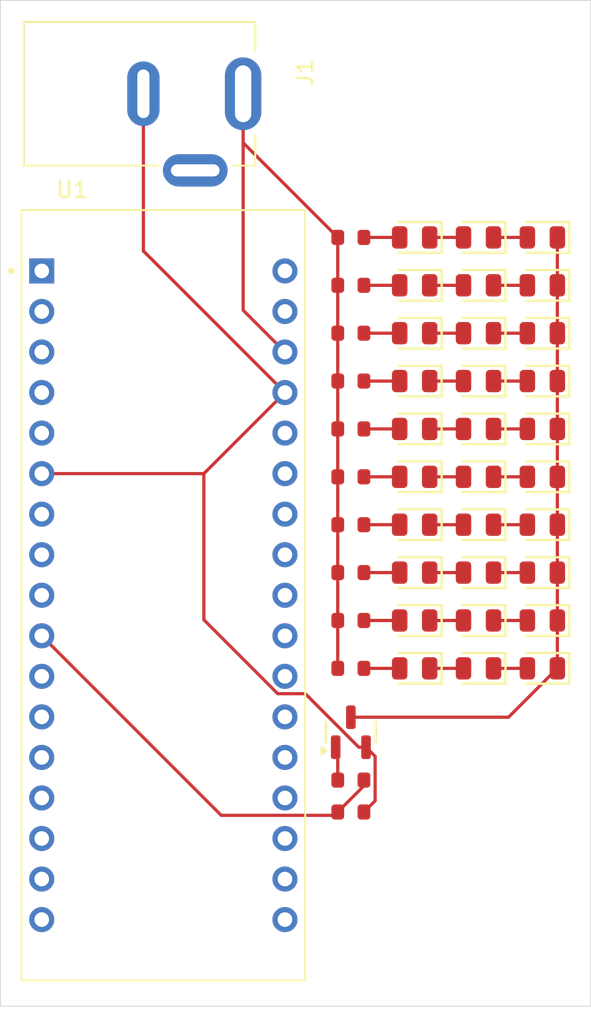
<source format=kicad_pcb>
(kicad_pcb (version 20241229) (generator "pcbnew") (generator_version "9.0")
  (layers (0 "F.Cu" signal) (2 "B.Cu" signal) (13 "F.Paste" user) (15 "B.Paste" user) (5 "F.SilkS" user "F.Silkscreen") (7 "B.SilkS" user "B.Silkscreen") (1 "F.Mask" user) (3 "B.Mask" user) (25 "Edge.Cuts" user))
  (net 0 "")
  (net 30 "Net-(D1-Pad2)")
  (net 31 "Net-(D1-Pad1)")
  (net 32 "Net-(D2-Pad1)")
  (net 33 "GND")
  (net 34 "Net-(D4-Pad1)")
  (net 35 "Net-(D4-Pad2)")
  (net 36 "Net-(D5-Pad1)")
  (net 37 "Net-(D7-Pad1)")
  (net 38 "Net-(D7-Pad2)")
  (net 39 "Net-(D8-Pad1)")
  (net 40 "Net-(D10-Pad2)")
  (net 41 "Net-(D10-Pad1)")
  (net 42 "Net-(D11-Pad1)")
  (net 43 "Net-(D13-Pad1)")
  (net 44 "Net-(D13-Pad2)")
  (net 45 "Net-(D14-Pad1)")
  (net 46 "Net-(D16-Pad2)")
  (net 47 "Net-(D16-Pad1)")
  (net 48 "Net-(D17-Pad1)")
  (net 49 "Net-(D19-Pad1)")
  (net 50 "Net-(D19-Pad2)")
  (net 51 "Net-(D20-Pad1)")
  (net 52 "Net-(D22-Pad2)")
  (net 53 "Net-(D22-Pad1)")
  (net 54 "Net-(D23-Pad1)")
  (net 55 "Net-(D25-Pad2)")
  (net 56 "Net-(D25-Pad1)")
  (net 57 "Net-(D26-Pad1)")
  (net 58 "Net-(D28-Pad2)")
  (net 59 "Net-(D28-Pad1)")
  (net 60 "Net-(D29-Pad1)")
  (net 61 "+7.5V")
  (net 62 "Net-(Q1-D)")
  (net 63 "Net-(Q1-G)")
  (net 64 "Net-(U1-5(PWM))")
  (footprint "PCM_JLCPCB:R_0603" (layer "F.Cu") (at 132 107)
    (property "Reference" "R10" (hide yes))
    (property "Value" "100Ω")
    (pad "1" smd roundrect (at -0.82 0) (size 0.8 0.95) (layers "F.Cu" "F.Mask" "F.Paste") (net 61 "+7.5V"))
    (pad "2" smd roundrect (at 0.82 0) (size 0.8 0.95) (layers "F.Cu" "F.Mask" "F.Paste") (net 58 "Net-(D28-Pad2)"))
  )
  (footprint "PCM_JLCPCB:D_0805" (layer "F.Cu") (at 140 92 180)
    (property "Reference" "D14" (hide yes))
    (property "Value" "Red")
    (fp_line (start 1 -0.96) (end -1.69 -0.96) (stroke (width 0.15)) (layer "F.SilkS"))
    (fp_line (start -1.69 0.96) (end 1 0.96) (stroke (width 0.15)) (layer "F.SilkS"))
    (fp_line (start -1.69 -0.96) (end -1.69 0.96) (stroke (width 0.15)) (layer "F.SilkS"))
    (pad "1" smd roundrect (at -0.94 0 180) (size 0.97 1.4) (layers "F.Cu" "F.Mask" "F.Paste") (net 45 "Net-(D14-Pad1)"))
    (pad "2" smd roundrect (at 0.94 0 180) (size 0.97 1.4) (layers "F.Cu" "F.Mask" "F.Paste") (net 43 "Net-(D13-Pad1)"))
  )
  (footprint "PCM_JLCPCB:Q_SOT-23" (layer "F.Cu") (at 132 111 90)
    (property "Reference" "Q1" (hide yes))
    (property "Value" "AO3400A")
    (fp_line (start 0 -1.56) (end 0.65 -1.56) (stroke (width 0.15)) (layer "F.SilkS"))
    (fp_line (start 0 -1.56) (end -0.65 -1.56) (stroke (width 0.15)) (layer "F.SilkS"))
    (fp_line (start 0 1.56) (end 0.65 1.56) (stroke (width 0.15)) (layer "F.SilkS"))
    (fp_line (start 0 1.56) (end -0.65 1.56) (stroke (width 0.15)) (layer "F.SilkS"))
    (fp_poly (pts (xy -1.1625 -1.51) (xy -1.4025 -1.84) (xy -0.9225 -1.84) (xy -1.1625 -1.51)) (stroke (width 0.12)) (fill yes) (layer "F.SilkS"))
    (pad "1" smd roundrect (at -0.94 -0.95 90) (size 1.48 0.6) (layers "F.Cu" "F.Mask" "F.Paste") (net 63 "Net-(Q1-G)"))
    (pad "2" smd roundrect (at -0.94 0.95 90) (size 1.48 0.6) (layers "F.Cu" "F.Mask" "F.Paste") (net 33 "GND"))
    (pad "3" smd roundrect (at 0.94 0 90) (size 1.48 0.6) (layers "F.Cu" "F.Mask" "F.Paste") (net 62 "Net-(Q1-D)"))
  )
  (footprint "PCM_JLCPCB:D_0805" (layer "F.Cu") (at 136 104 180)
    (property "Reference" "D25" (hide yes))
    (property "Value" "Red")
    (fp_line (start 1 -0.96) (end -1.69 -0.96) (stroke (width 0.15)) (layer "F.SilkS"))
    (fp_line (start -1.69 0.96) (end 1 0.96) (stroke (width 0.15)) (layer "F.SilkS"))
    (fp_line (start -1.69 -0.96) (end -1.69 0.96) (stroke (width 0.15)) (layer "F.SilkS"))
    (pad "1" smd roundrect (at -0.94 0 180) (size 0.97 1.4) (layers "F.Cu" "F.Mask" "F.Paste") (net 56 "Net-(D25-Pad1)"))
    (pad "2" smd roundrect (at 0.94 0 180) (size 0.97 1.4) (layers "F.Cu" "F.Mask" "F.Paste") (net 55 "Net-(D25-Pad2)"))
  )
  (footprint "PCM_JLCPCB:D_0805" (layer "F.Cu") (at 144 80 180)
    (property "Reference" "D3" (hide yes))
    (property "Value" "Red")
    (fp_line (start 1 -0.96) (end -1.69 -0.96) (stroke (width 0.15)) (layer "F.SilkS"))
    (fp_line (start -1.69 0.96) (end 1 0.96) (stroke (width 0.15)) (layer "F.SilkS"))
    (fp_line (start -1.69 -0.96) (end -1.69 0.96) (stroke (width 0.15)) (layer "F.SilkS"))
    (pad "1" smd roundrect (at -0.94 0 180) (size 0.97 1.4) (layers "F.Cu" "F.Mask" "F.Paste") (net 62 "Net-(Q1-D)"))
    (pad "2" smd roundrect (at 0.94 0 180) (size 0.97 1.4) (layers "F.Cu" "F.Mask" "F.Paste") (net 32 "Net-(D2-Pad1)"))
  )
  (footprint "PCM_JLCPCB:D_0805" (layer "F.Cu") (at 140 95 180)
    (property "Reference" "D17" (hide yes))
    (property "Value" "Red")
    (fp_line (start 1 -0.96) (end -1.69 -0.96) (stroke (width 0.15)) (layer "F.SilkS"))
    (fp_line (start -1.69 0.96) (end 1 0.96) (stroke (width 0.15)) (layer "F.SilkS"))
    (fp_line (start -1.69 -0.96) (end -1.69 0.96) (stroke (width 0.15)) (layer "F.SilkS"))
    (pad "1" smd roundrect (at -0.94 0 180) (size 0.97 1.4) (layers "F.Cu" "F.Mask" "F.Paste") (net 48 "Net-(D17-Pad1)"))
    (pad "2" smd roundrect (at 0.94 0 180) (size 0.97 1.4) (layers "F.Cu" "F.Mask" "F.Paste") (net 47 "Net-(D16-Pad1)"))
  )
  (footprint "PCM_JLCPCB:D_0805" (layer "F.Cu") (at 140 104 180)
    (property "Reference" "D26" (hide yes))
    (property "Value" "Red")
    (fp_line (start 1 -0.96) (end -1.69 -0.96) (stroke (width 0.15)) (layer "F.SilkS"))
    (fp_line (start -1.69 0.96) (end 1 0.96) (stroke (width 0.15)) (layer "F.SilkS"))
    (fp_line (start -1.69 -0.96) (end -1.69 0.96) (stroke (width 0.15)) (layer "F.SilkS"))
    (pad "1" smd roundrect (at -0.94 0 180) (size 0.97 1.4) (layers "F.Cu" "F.Mask" "F.Paste") (net 57 "Net-(D26-Pad1)"))
    (pad "2" smd roundrect (at 0.94 0 180) (size 0.97 1.4) (layers "F.Cu" "F.Mask" "F.Paste") (net 56 "Net-(D25-Pad1)"))
  )
  (footprint "PCM_JLCPCB:D_0805" (layer "F.Cu") (at 144 95 180)
    (property "Reference" "D18" (hide yes))
    (property "Value" "Red")
    (fp_line (start 1 -0.96) (end -1.69 -0.96) (stroke (width 0.15)) (layer "F.SilkS"))
    (fp_line (start -1.69 0.96) (end 1 0.96) (stroke (width 0.15)) (layer "F.SilkS"))
    (fp_line (start -1.69 -0.96) (end -1.69 0.96) (stroke (width 0.15)) (layer "F.SilkS"))
    (pad "1" smd roundrect (at -0.94 0 180) (size 0.97 1.4) (layers "F.Cu" "F.Mask" "F.Paste") (net 62 "Net-(Q1-D)"))
    (pad "2" smd roundrect (at 0.94 0 180) (size 0.97 1.4) (layers "F.Cu" "F.Mask" "F.Paste") (net 48 "Net-(D17-Pad1)"))
  )
  (footprint "PCM_JLCPCB:D_0805" (layer "F.Cu") (at 136 83 180)
    (property "Reference" "D4" (hide yes))
    (property "Value" "Red")
    (fp_line (start 1 -0.96) (end -1.69 -0.96) (stroke (width 0.15)) (layer "F.SilkS"))
    (fp_line (start -1.69 0.96) (end 1 0.96) (stroke (width 0.15)) (layer "F.SilkS"))
    (fp_line (start -1.69 -0.96) (end -1.69 0.96) (stroke (width 0.15)) (layer "F.SilkS"))
    (pad "1" smd roundrect (at -0.94 0 180) (size 0.97 1.4) (layers "F.Cu" "F.Mask" "F.Paste") (net 34 "Net-(D4-Pad1)"))
    (pad "2" smd roundrect (at 0.94 0 180) (size 0.97 1.4) (layers "F.Cu" "F.Mask" "F.Paste") (net 35 "Net-(D4-Pad2)"))
  )
  (footprint "PCM_JLCPCB:D_0805" (layer "F.Cu") (at 144 104 180)
    (property "Reference" "D27" (hide yes))
    (property "Value" "Red")
    (fp_line (start 1 -0.96) (end -1.69 -0.96) (stroke (width 0.15)) (layer "F.SilkS"))
    (fp_line (start -1.69 0.96) (end 1 0.96) (stroke (width 0.15)) (layer "F.SilkS"))
    (fp_line (start -1.69 -0.96) (end -1.69 0.96) (stroke (width 0.15)) (layer "F.SilkS"))
    (pad "1" smd roundrect (at -0.94 0 180) (size 0.97 1.4) (layers "F.Cu" "F.Mask" "F.Paste") (net 62 "Net-(Q1-D)"))
    (pad "2" smd roundrect (at 0.94 0 180) (size 0.97 1.4) (layers "F.Cu" "F.Mask" "F.Paste") (net 57 "Net-(D26-Pad1)"))
  )
  (footprint "PCM_JLCPCB:D_0805" (layer "F.Cu") (at 140 83 180)
    (property "Reference" "D5" (hide yes))
    (property "Value" "Red")
    (fp_line (start 1 -0.96) (end -1.69 -0.96) (stroke (width 0.15)) (layer "F.SilkS"))
    (fp_line (start -1.69 0.96) (end 1 0.96) (stroke (width 0.15)) (layer "F.SilkS"))
    (fp_line (start -1.69 -0.96) (end -1.69 0.96) (stroke (width 0.15)) (layer "F.SilkS"))
    (pad "1" smd roundrect (at -0.94 0 180) (size 0.97 1.4) (layers "F.Cu" "F.Mask" "F.Paste") (net 36 "Net-(D5-Pad1)"))
    (pad "2" smd roundrect (at 0.94 0 180) (size 0.97 1.4) (layers "F.Cu" "F.Mask" "F.Paste") (net 34 "Net-(D4-Pad1)"))
  )
  (footprint "PCM_JLCPCB:D_0805" (layer "F.Cu") (at 144 107 180)
    (property "Reference" "D30" (hide yes))
    (property "Value" "Red")
    (fp_line (start 1 -0.96) (end -1.69 -0.96) (stroke (width 0.15)) (layer "F.SilkS"))
    (fp_line (start -1.69 0.96) (end 1 0.96) (stroke (width 0.15)) (layer "F.SilkS"))
    (fp_line (start -1.69 -0.96) (end -1.69 0.96) (stroke (width 0.15)) (layer "F.SilkS"))
    (pad "1" smd roundrect (at -0.94 0 180) (size 0.97 1.4) (layers "F.Cu" "F.Mask" "F.Paste") (net 62 "Net-(Q1-D)"))
    (pad "2" smd roundrect (at 0.94 0 180) (size 0.97 1.4) (layers "F.Cu" "F.Mask" "F.Paste") (net 60 "Net-(D29-Pad1)"))
  )
  (footprint "PCM_JLCPCB:R_0603" (layer "F.Cu") (at 132 104)
    (property "Reference" "R9" (hide yes))
    (property "Value" "100Ω")
    (pad "1" smd roundrect (at -0.82 0) (size 0.8 0.95) (layers "F.Cu" "F.Mask" "F.Paste") (net 61 "+7.5V"))
    (pad "2" smd roundrect (at 0.82 0) (size 0.8 0.95) (layers "F.Cu" "F.Mask" "F.Paste") (net 55 "Net-(D25-Pad2)"))
  )
  (footprint "PCM_JLCPCB:R_0603" (layer "F.Cu") (at 132 101)
    (property "Reference" "R8" (hide yes))
    (property "Value" "100Ω")
    (pad "1" smd roundrect (at -0.82 0) (size 0.8 0.95) (layers "F.Cu" "F.Mask" "F.Paste") (net 61 "+7.5V"))
    (pad "2" smd roundrect (at 0.82 0) (size 0.8 0.95) (layers "F.Cu" "F.Mask" "F.Paste") (net 52 "Net-(D22-Pad2)"))
  )
  (footprint "PCM_JLCPCB:R_0603" (layer "F.Cu") (at 132 86)
    (property "Reference" "R3" (hide yes))
    (property "Value" "100Ω")
    (pad "1" smd roundrect (at -0.82 0) (size 0.8 0.95) (layers "F.Cu" "F.Mask" "F.Paste") (net 61 "+7.5V"))
    (pad "2" smd roundrect (at 0.82 0) (size 0.8 0.95) (layers "F.Cu" "F.Mask" "F.Paste") (net 38 "Net-(D7-Pad2)"))
  )
  (footprint "PCM_JLCPCB:R_0603" (layer "F.Cu") (at 132 114)
    (property "Reference" "R11" (hide yes))
    (property "Value" "100Ω")
    (pad "1" smd roundrect (at -0.82 0) (size 0.8 0.95) (layers "F.Cu" "F.Mask" "F.Paste") (net 63 "Net-(Q1-G)"))
    (pad "2" smd roundrect (at 0.82 0) (size 0.8 0.95) (layers "F.Cu" "F.Mask" "F.Paste") (net 64 "Net-(U1-5(PWM))"))
  )
  (footprint "PCM_JLCPCB:R_0603" (layer "F.Cu") (at 132 83)
    (property "Reference" "R2" (hide yes))
    (property "Value" "100Ω")
    (pad "1" smd roundrect (at -0.82 0) (size 0.8 0.95) (layers "F.Cu" "F.Mask" "F.Paste") (net 61 "+7.5V"))
    (pad "2" smd roundrect (at 0.82 0) (size 0.8 0.95) (layers "F.Cu" "F.Mask" "F.Paste") (net 35 "Net-(D4-Pad2)"))
  )
  (footprint "PCM_JLCPCB:D_0805" (layer "F.Cu") (at 136 98 180)
    (property "Reference" "D19" (hide yes))
    (property "Value" "Red")
    (fp_line (start 1 -0.96) (end -1.69 -0.96) (stroke (width 0.15)) (layer "F.SilkS"))
    (fp_line (start -1.69 0.96) (end 1 0.96) (stroke (width 0.15)) (layer "F.SilkS"))
    (fp_line (start -1.69 -0.96) (end -1.69 0.96) (stroke (width 0.15)) (layer "F.SilkS"))
    (pad "1" smd roundrect (at -0.94 0 180) (size 0.97 1.4) (layers "F.Cu" "F.Mask" "F.Paste") (net 49 "Net-(D19-Pad1)"))
    (pad "2" smd roundrect (at 0.94 0 180) (size 0.97 1.4) (layers "F.Cu" "F.Mask" "F.Paste") (net 50 "Net-(D19-Pad2)"))
  )
  (footprint "PCM_JLCPCB:D_0805" (layer "F.Cu") (at 136 101 180)
    (property "Reference" "D22" (hide yes))
    (property "Value" "Red")
    (fp_line (start 1 -0.96) (end -1.69 -0.96) (stroke (width 0.15)) (layer "F.SilkS"))
    (fp_line (start -1.69 0.96) (end 1 0.96) (stroke (width 0.15)) (layer "F.SilkS"))
    (fp_line (start -1.69 -0.96) (end -1.69 0.96) (stroke (width 0.15)) (layer "F.SilkS"))
    (pad "1" smd roundrect (at -0.94 0 180) (size 0.97 1.4) (layers "F.Cu" "F.Mask" "F.Paste") (net 53 "Net-(D22-Pad1)"))
    (pad "2" smd roundrect (at 0.94 0 180) (size 0.97 1.4) (layers "F.Cu" "F.Mask" "F.Paste") (net 52 "Net-(D22-Pad2)"))
  )
  (footprint "PCM_JLCPCB:D_0805" (layer "F.Cu") (at 140 89 180)
    (property "Reference" "D11" (hide yes))
    (property "Value" "Red")
    (fp_line (start 1 -0.96) (end -1.69 -0.96) (stroke (width 0.15)) (layer "F.SilkS"))
    (fp_line (start -1.69 0.96) (end 1 0.96) (stroke (width 0.15)) (layer "F.SilkS"))
    (fp_line (start -1.69 -0.96) (end -1.69 0.96) (stroke (width 0.15)) (layer "F.SilkS"))
    (pad "1" smd roundrect (at -0.94 0 180) (size 0.97 1.4) (layers "F.Cu" "F.Mask" "F.Paste") (net 42 "Net-(D11-Pad1)"))
    (pad "2" smd roundrect (at 0.94 0 180) (size 0.97 1.4) (layers "F.Cu" "F.Mask" "F.Paste") (net 41 "Net-(D10-Pad1)"))
  )
  (footprint "PCM_JLCPCB:R_0603" (layer "F.Cu") (at 132 95)
    (property "Reference" "R6" (hide yes))
    (property "Value" "100Ω")
    (pad "1" smd roundrect (at -0.82 0) (size 0.8 0.95) (layers "F.Cu" "F.Mask" "F.Paste") (net 61 "+7.5V"))
    (pad "2" smd roundrect (at 0.82 0) (size 0.8 0.95) (layers "F.Cu" "F.Mask" "F.Paste") (net 46 "Net-(D16-Pad2)"))
  )
  (footprint "PCM_JLCPCB:R_0603" (layer "F.Cu") (at 132 98)
    (property "Reference" "R7" (hide yes))
    (property "Value" "100Ω")
    (pad "1" smd roundrect (at -0.82 0) (size 0.8 0.95) (layers "F.Cu" "F.Mask" "F.Paste") (net 61 "+7.5V"))
    (pad "2" smd roundrect (at 0.82 0) (size 0.8 0.95) (layers "F.Cu" "F.Mask" "F.Paste") (net 50 "Net-(D19-Pad2)"))
  )
  (footprint "PCM_JLCPCB:D_0805" (layer "F.Cu") (at 136 95 180)
    (property "Reference" "D16" (hide yes))
    (property "Value" "Red")
    (fp_line (start 1 -0.96) (end -1.69 -0.96) (stroke (width 0.15)) (layer "F.SilkS"))
    (fp_line (start -1.69 0.96) (end 1 0.96) (stroke (width 0.15)) (layer "F.SilkS"))
    (fp_line (start -1.69 -0.96) (end -1.69 0.96) (stroke (width 0.15)) (layer "F.SilkS"))
    (pad "1" smd roundrect (at -0.94 0 180) (size 0.97 1.4) (layers "F.Cu" "F.Mask" "F.Paste") (net 47 "Net-(D16-Pad1)"))
    (pad "2" smd roundrect (at 0.94 0 180) (size 0.97 1.4) (layers "F.Cu" "F.Mask" "F.Paste") (net 46 "Net-(D16-Pad2)"))
  )
  (footprint "RAPC722X:SWITCHCRAFT_RAPC722X" (layer "F.Cu") (at 119 71 -90)
    (property "Reference" "J1" (at -1.325 -10.135 90) (layer "F.SilkS"))
    (property "Value" "RAPC722X")
    (fp_line (start -4.5 7.49) (end 4.5 7.49) (stroke (width 0.127)) (layer "F.SilkS"))
    (fp_line (start 4.5 7.49) (end 4.5 -0.905) (stroke (width 0.127)) (layer "F.SilkS"))
    (fp_line (start 4.5 -5.595) (end 4.5 -7.01) (stroke (width 0.127)) (layer "F.SilkS"))
    (fp_line (start -4.5 -7.01) (end -4.5 7.49) (stroke (width 0.127)) (layer "F.SilkS"))
    (fp_line (start -2.6 -7.01) (end -4.5 -7.01) (stroke (width 0.127)) (layer "F.SilkS"))
    (fp_line (start 4.5 -7.01) (end 2.6 -7.01) (stroke (width 0.127)) (layer "F.SilkS"))
    (pad "PIN" thru_hole oval (at 0 -6.25 270) (size 4.56 2.28) (drill oval 3.56 1.02) (layers "*.Cu" "*.Mask") (net 61 "+7.5V"))
    (pad "SHUNT" thru_hole oval (at 4.8 -3.25 270) (size 2.025 4.05) (drill oval 0.76 3.05) (layers "*.Cu" "*.Mask"))
    (pad "SLEEVE" thru_hole oval (at 0 0 270) (size 4.05 2.025) (drill oval 3.05 0.76) (layers "*.Cu" "*.Mask") (net 33 "GND"))
  )
  (footprint "PCM_JLCPCB:D_0805" (layer "F.Cu") (at 136 89 180)
    (property "Reference" "D10" (hide yes))
    (property "Value" "Red")
    (fp_line (start 1 -0.96) (end -1.69 -0.96) (stroke (width 0.15)) (layer "F.SilkS"))
    (fp_line (start -1.69 0.96) (end 1 0.96) (stroke (width 0.15)) (layer "F.SilkS"))
    (fp_line (start -1.69 -0.96) (end -1.69 0.96) (stroke (width 0.15)) (layer "F.SilkS"))
    (pad "1" smd roundrect (at -0.94 0 180) (size 0.97 1.4) (layers "F.Cu" "F.Mask" "F.Paste") (net 41 "Net-(D10-Pad1)"))
    (pad "2" smd roundrect (at 0.94 0 180) (size 0.97 1.4) (layers "F.Cu" "F.Mask" "F.Paste") (net 40 "Net-(D10-Pad2)"))
  )
  (footprint "PCM_JLCPCB:D_0805" (layer "F.Cu") (at 144 101 180)
    (property "Reference" "D24" (hide yes))
    (property "Value" "Red")
    (fp_line (start 1 -0.96) (end -1.69 -0.96) (stroke (width 0.15)) (layer "F.SilkS"))
    (fp_line (start -1.69 0.96) (end 1 0.96) (stroke (width 0.15)) (layer "F.SilkS"))
    (fp_line (start -1.69 -0.96) (end -1.69 0.96) (stroke (width 0.15)) (layer "F.SilkS"))
    (pad "1" smd roundrect (at -0.94 0 180) (size 0.97 1.4) (layers "F.Cu" "F.Mask" "F.Paste") (net 62 "Net-(Q1-D)"))
    (pad "2" smd roundrect (at 0.94 0 180) (size 0.97 1.4) (layers "F.Cu" "F.Mask" "F.Paste") (net 54 "Net-(D23-Pad1)"))
  )
  (footprint "PCM_JLCPCB:D_0805" (layer "F.Cu") (at 140 80 180)
    (property "Reference" "D2" (hide yes))
    (property "Value" "Red")
    (fp_line (start 1 -0.96) (end -1.69 -0.96) (stroke (width 0.15)) (layer "F.SilkS"))
    (fp_line (start -1.69 0.96) (end 1 0.96) (stroke (width 0.15)) (layer "F.SilkS"))
    (fp_line (start -1.69 -0.96) (end -1.69 0.96) (stroke (width 0.15)) (layer "F.SilkS"))
    (pad "1" smd roundrect (at -0.94 0 180) (size 0.97 1.4) (layers "F.Cu" "F.Mask" "F.Paste") (net 32 "Net-(D2-Pad1)"))
    (pad "2" smd roundrect (at 0.94 0 180) (size 0.97 1.4) (layers "F.Cu" "F.Mask" "F.Paste") (net 31 "Net-(D1-Pad1)"))
  )
  (footprint "PCM_JLCPCB:D_0805" (layer "F.Cu") (at 144 83 180)
    (property "Reference" "D6" (hide yes))
    (property "Value" "Red")
    (fp_line (start 1 -0.96) (end -1.69 -0.96) (stroke (width 0.15)) (layer "F.SilkS"))
    (fp_line (start -1.69 0.96) (end 1 0.96) (stroke (width 0.15)) (layer "F.SilkS"))
    (fp_line (start -1.69 -0.96) (end -1.69 0.96) (stroke (width 0.15)) (layer "F.SilkS"))
    (pad "1" smd roundrect (at -0.94 0 180) (size 0.97 1.4) (layers "F.Cu" "F.Mask" "F.Paste") (net 62 "Net-(Q1-D)"))
    (pad "2" smd roundrect (at 0.94 0 180) (size 0.97 1.4) (layers "F.Cu" "F.Mask" "F.Paste") (net 36 "Net-(D5-Pad1)"))
  )
  (footprint "PCM_JLCPCB:R_0603" (layer "F.Cu") (at 132 80)
    (property "Reference" "R1" (hide yes))
    (property "Value" "100Ω")
    (pad "1" smd roundrect (at -0.82 0) (size 0.8 0.95) (layers "F.Cu" "F.Mask" "F.Paste") (net 61 "+7.5V"))
    (pad "2" smd roundrect (at 0.82 0) (size 0.8 0.95) (layers "F.Cu" "F.Mask" "F.Paste") (net 30 "Net-(D1-Pad2)"))
  )
  (footprint "PCM_JLCPCB:R_0603" (layer "F.Cu") (at 132 92)
    (property "Reference" "R5" (hide yes))
    (property "Value" "100Ω")
    (pad "1" smd roundrect (at -0.82 0) (size 0.8 0.95) (layers "F.Cu" "F.Mask" "F.Paste") (net 61 "+7.5V"))
    (pad "2" smd roundrect (at 0.82 0) (size 0.8 0.95) (layers "F.Cu" "F.Mask" "F.Paste") (net 44 "Net-(D13-Pad2)"))
  )
  (footprint "PCM_JLCPCB:D_0805" (layer "F.Cu") (at 136 92 180)
    (property "Reference" "D13" (hide yes))
    (property "Value" "Red")
    (fp_line (start 1 -0.96) (end -1.69 -0.96) (stroke (width 0.15)) (layer "F.SilkS"))
    (fp_line (start -1.69 0.96) (end 1 0.96) (stroke (width 0.15)) (layer "F.SilkS"))
    (fp_line (start -1.69 -0.96) (end -1.69 0.96) (stroke (width 0.15)) (layer "F.SilkS"))
    (pad "1" smd roundrect (at -0.94 0 180) (size 0.97 1.4) (layers "F.Cu" "F.Mask" "F.Paste") (net 43 "Net-(D13-Pad1)"))
    (pad "2" smd roundrect (at 0.94 0 180) (size 0.97 1.4) (layers "F.Cu" "F.Mask" "F.Paste") (net 44 "Net-(D13-Pad2)"))
  )
  (footprint "PCM_JLCPCB:D_0805" (layer "F.Cu") (at 144 98 180)
    (property "Reference" "D21" (hide yes))
    (property "Value" "Red")
    (fp_line (start 1 -0.96) (end -1.69 -0.96) (stroke (width 0.15)) (layer "F.SilkS"))
    (fp_line (start -1.69 0.96) (end 1 0.96) (stroke (width 0.15)) (layer "F.SilkS"))
    (fp_line (start -1.69 -0.96) (end -1.69 0.96) (stroke (width 0.15)) (layer "F.SilkS"))
    (pad "1" smd roundrect (at -0.94 0 180) (size 0.97 1.4) (layers "F.Cu" "F.Mask" "F.Paste") (net 62 "Net-(Q1-D)"))
    (pad "2" smd roundrect (at 0.94 0 180) (size 0.97 1.4) (layers "F.Cu" "F.Mask" "F.Paste") (net 51 "Net-(D20-Pad1)"))
  )
  (footprint "PCM_JLCPCB:D_0805" (layer "F.Cu") (at 136 107 180)
    (property "Reference" "D28" (hide yes))
    (property "Value" "Red")
    (fp_line (start 1 -0.96) (end -1.69 -0.96) (stroke (width 0.15)) (layer "F.SilkS"))
    (fp_line (start -1.69 0.96) (end 1 0.96) (stroke (width 0.15)) (layer "F.SilkS"))
    (fp_line (start -1.69 -0.96) (end -1.69 0.96) (stroke (width 0.15)) (layer "F.SilkS"))
    (pad "1" smd roundrect (at -0.94 0 180) (size 0.97 1.4) (layers "F.Cu" "F.Mask" "F.Paste") (net 59 "Net-(D28-Pad1)"))
    (pad "2" smd roundrect (at 0.94 0 180) (size 0.97 1.4) (layers "F.Cu" "F.Mask" "F.Paste") (net 58 "Net-(D28-Pad2)"))
  )
  (footprint "PCM_JLCPCB:D_0805" (layer "F.Cu") (at 140 86 180)
    (property "Reference" "D8" (hide yes))
    (property "Value" "Red")
    (fp_line (start 1 -0.96) (end -1.69 -0.96) (stroke (width 0.15)) (layer "F.SilkS"))
    (fp_line (start -1.69 0.96) (end 1 0.96) (stroke (width 0.15)) (layer "F.SilkS"))
    (fp_line (start -1.69 -0.96) (end -1.69 0.96) (stroke (width 0.15)) (layer "F.SilkS"))
    (pad "1" smd roundrect (at -0.94 0 180) (size 0.97 1.4) (layers "F.Cu" "F.Mask" "F.Paste") (net 39 "Net-(D8-Pad1)"))
    (pad "2" smd roundrect (at 0.94 0 180) (size 0.97 1.4) (layers "F.Cu" "F.Mask" "F.Paste") (net 37 "Net-(D7-Pad1)"))
  )
  (footprint "PCM_JLCPCB:D_0805" (layer "F.Cu") (at 140 101 180)
    (property "Reference" "D23" (hide yes))
    (property "Value" "Red")
    (fp_line (start 1 -0.96) (end -1.69 -0.96) (stroke (width 0.15)) (layer "F.SilkS"))
    (fp_line (start -1.69 0.96) (end 1 0.96) (stroke (width 0.15)) (layer "F.SilkS"))
    (fp_line (start -1.69 -0.96) (end -1.69 0.96) (stroke (width 0.15)) (layer "F.SilkS"))
    (pad "1" smd roundrect (at -0.94 0 180) (size 0.97 1.4) (layers "F.Cu" "F.Mask" "F.Paste") (net 54 "Net-(D23-Pad1)"))
    (pad "2" smd roundrect (at 0.94 0 180) (size 0.97 1.4) (layers "F.Cu" "F.Mask" "F.Paste") (net 53 "Net-(D22-Pad1)"))
  )
  (footprint "PCM_JLCPCB:R_0603" (layer "F.Cu") (at 132 89)
    (property "Reference" "R4" (hide yes))
    (property "Value" "100Ω")
    (pad "1" smd roundrect (at -0.82 0) (size 0.8 0.95) (layers "F.Cu" "F.Mask" "F.Paste") (net 61 "+7.5V"))
    (pad "2" smd roundrect (at 0.82 0) (size 0.8 0.95) (layers "F.Cu" "F.Mask" "F.Paste") (net 40 "Net-(D10-Pad2)"))
  )
  (footprint "PCM_JLCPCB:D_0805" (layer "F.Cu") (at 144 86 180)
    (property "Reference" "D9" (hide yes))
    (property "Value" "Red")
    (fp_line (start 1 -0.96) (end -1.69 -0.96) (stroke (width 0.15)) (layer "F.SilkS"))
    (fp_line (start -1.69 0.96) (end 1 0.96) (stroke (width 0.15)) (layer "F.SilkS"))
    (fp_line (start -1.69 -0.96) (end -1.69 0.96) (stroke (width 0.15)) (layer "F.SilkS"))
    (pad "1" smd roundrect (at -0.94 0 180) (size 0.97 1.4) (layers "F.Cu" "F.Mask" "F.Paste") (net 62 "Net-(Q1-D)"))
    (pad "2" smd roundrect (at 0.94 0 180) (size 0.97 1.4) (layers "F.Cu" "F.Mask" "F.Paste") (net 39 "Net-(D8-Pad1)"))
  )
  (footprint "A000053:A000053" (layer "F.Cu") (at 120.25 102.42)
    (property "Reference" "U1" (at -5.715 -25.4 0) (layer "F.SilkS"))
    (property "Value" "A000053")
    (fp_line (start -8.89 -24.13) (end 8.89 -24.13) (stroke (width 0.127)) (layer "F.SilkS"))
    (fp_line (start -8.89 24.13) (end -8.89 -24.13) (stroke (width 0.127)) (layer "F.SilkS"))
    (fp_line (start -8.89 24.13) (end 8.89 24.13) (stroke (width 0.127)) (layer "F.SilkS"))
    (fp_line (start 8.89 24.13) (end 8.89 -24.13) (stroke (width 0.127)) (layer "F.SilkS"))
    (fp_circle (center -9.525 -20.32) (end -9.425 -20.32) (stroke (width 0.2)) (fill no) (layer "F.SilkS"))
    (pad "" np_thru_hole circle (at -7.62 -22.86) (size 1.2 1.2) (drill 1.2) (layers "*.Cu" "*.Mask"))
    (pad "" np_thru_hole circle (at -7.62 22.86) (size 1.2 1.2) (drill 1.2) (layers "*.Cu" "*.Mask"))
    (pad "" np_thru_hole circle (at 7.62 -22.86) (size 1.2 1.2) (drill 1.2) (layers "*.Cu" "*.Mask"))
    (pad "" np_thru_hole circle (at 7.62 22.86) (size 1.2 1.2) (drill 1.2) (layers "*.Cu" "*.Mask"))
    (pad "1" thru_hole rect (at -7.62 -20.32) (size 1.5748 1.5748) (drill 0.9144) (layers "*.Cu" "*.Mask"))
    (pad "2" thru_hole circle (at -7.62 -17.78) (size 1.5748 1.5748) (drill 0.9144) (layers "*.Cu" "*.Mask"))
    (pad "3" thru_hole circle (at -7.62 -15.24) (size 1.5748 1.5748) (drill 0.9144) (layers "*.Cu" "*.Mask"))
    (pad "4" thru_hole circle (at -7.62 -12.7) (size 1.5748 1.5748) (drill 0.9144) (layers "*.Cu" "*.Mask"))
    (pad "5" thru_hole circle (at -7.62 -10.16) (size 1.5748 1.5748) (drill 0.9144) (layers "*.Cu" "*.Mask"))
    (pad "6" thru_hole circle (at -7.62 -7.62) (size 1.5748 1.5748) (drill 0.9144) (layers "*.Cu" "*.Mask") (net 33 "GND"))
    (pad "7" thru_hole circle (at -7.62 -5.08) (size 1.5748 1.5748) (drill 0.9144) (layers "*.Cu" "*.Mask"))
    (pad "8" thru_hole circle (at -7.62 -2.54) (size 1.5748 1.5748) (drill 0.9144) (layers "*.Cu" "*.Mask"))
    (pad "9" thru_hole circle (at -7.62 0) (size 1.5748 1.5748) (drill 0.9144) (layers "*.Cu" "*.Mask"))
    (pad "10" thru_hole circle (at -7.62 2.54) (size 1.5748 1.5748) (drill 0.9144) (layers "*.Cu" "*.Mask") (net 64 "Net-(U1-5(PWM))"))
    (pad "11" thru_hole circle (at -7.62 5.08) (size 1.5748 1.5748) (drill 0.9144) (layers "*.Cu" "*.Mask"))
    (pad "12" thru_hole circle (at -7.62 7.62) (size 1.5748 1.5748) (drill 0.9144) (layers "*.Cu" "*.Mask"))
    (pad "13" thru_hole circle (at -7.62 10.16) (size 1.5748 1.5748) (drill 0.9144) (layers "*.Cu" "*.Mask"))
    (pad "14" thru_hole circle (at -7.62 12.7) (size 1.5748 1.5748) (drill 0.9144) (layers "*.Cu" "*.Mask"))
    (pad "15" thru_hole circle (at -7.62 15.24) (size 1.5748 1.5748) (drill 0.9144) (layers "*.Cu" "*.Mask"))
    (pad "16" thru_hole circle (at -7.62 17.78) (size 1.5748 1.5748) (drill 0.9144) (layers "*.Cu" "*.Mask"))
    (pad "17" thru_hole circle (at -7.62 20.32) (size 1.5748 1.5748) (drill 0.9144) (layers "*.Cu" "*.Mask"))
    (pad "18" thru_hole circle (at 7.62 20.32) (size 1.5748 1.5748) (drill 0.9144) (layers "*.Cu" "*.Mask"))
    (pad "19" thru_hole circle (at 7.62 17.78) (size 1.5748 1.5748) (drill 0.9144) (layers "*.Cu" "*.Mask"))
    (pad "20" thru_hole circle (at 7.62 15.24) (size 1.5748 1.5748) (drill 0.9144) (layers "*.Cu" "*.Mask"))
    (pad "21" thru_hole circle (at 7.62 12.7) (size 1.5748 1.5748) (drill 0.9144) (layers "*.Cu" "*.Mask"))
    (pad "22" thru_hole circle (at 7.62 10.16) (size 1.5748 1.5748) (drill 0.9144) (layers "*.Cu" "*.Mask"))
    (pad "23" thru_hole circle (at 7.62 7.62) (size 1.5748 1.5748) (drill 0.9144) (layers "*.Cu" "*.Mask"))
    (pad "24" thru_hole circle (at 7.62 5.08) (size 1.5748 1.5748) (drill 0.9144) (layers "*.Cu" "*.Mask"))
    (pad "25" thru_hole circle (at 7.62 2.54) (size 1.5748 1.5748) (drill 0.9144) (layers "*.Cu" "*.Mask"))
    (pad "26" thru_hole circle (at 7.62 0) (size 1.5748 1.5748) (drill 0.9144) (layers "*.Cu" "*.Mask"))
    (pad "27" thru_hole circle (at 7.62 -2.54) (size 1.5748 1.5748) (drill 0.9144) (layers "*.Cu" "*.Mask"))
    (pad "28" thru_hole circle (at 7.62 -5.08) (size 1.5748 1.5748) (drill 0.9144) (layers "*.Cu" "*.Mask"))
    (pad "29" thru_hole circle (at 7.62 -7.62) (size 1.5748 1.5748) (drill 0.9144) (layers "*.Cu" "*.Mask"))
    (pad "30" thru_hole circle (at 7.62 -10.16) (size 1.5748 1.5748) (drill 0.9144) (layers "*.Cu" "*.Mask"))
    (pad "31" thru_hole circle (at 7.62 -12.7) (size 1.5748 1.5748) (drill 0.9144) (layers "*.Cu" "*.Mask") (net 33 "GND"))
    (pad "32" thru_hole circle (at 7.62 -15.24) (size 1.5748 1.5748) (drill 0.9144) (layers "*.Cu" "*.Mask") (net 61 "+7.5V"))
    (pad "33" thru_hole circle (at 7.62 -17.78) (size 1.5748 1.5748) (drill 0.9144) (layers "*.Cu" "*.Mask"))
    (pad "34" thru_hole circle (at 7.62 -20.32) (size 1.5748 1.5748) (drill 0.9144) (layers "*.Cu" "*.Mask"))
  )
  (footprint "PCM_JLCPCB:D_0805" (layer "F.Cu") (at 136 80 180)
    (property "Reference" "D1" (hide yes))
    (property "Value" "Red")
    (fp_line (start 1 -0.96) (end -1.69 -0.96) (stroke (width 0.15)) (layer "F.SilkS"))
    (fp_line (start -1.69 0.96) (end 1 0.96) (stroke (width 0.15)) (layer "F.SilkS"))
    (fp_line (start -1.69 -0.96) (end -1.69 0.96) (stroke (width 0.15)) (layer "F.SilkS"))
    (pad "1" smd roundrect (at -0.94 0 180) (size 0.97 1.4) (layers "F.Cu" "F.Mask" "F.Paste") (net 31 "Net-(D1-Pad1)"))
    (pad "2" smd roundrect (at 0.94 0 180) (size 0.97 1.4) (layers "F.Cu" "F.Mask" "F.Paste") (net 30 "Net-(D1-Pad2)"))
  )
  (footprint "PCM_JLCPCB:D_0805" (layer "F.Cu") (at 140 98 180)
    (property "Reference" "D20" (hide yes))
    (property "Value" "Red")
    (fp_line (start 1 -0.96) (end -1.69 -0.96) (stroke (width 0.15)) (layer "F.SilkS"))
    (fp_line (start -1.69 0.96) (end 1 0.96) (stroke (width 0.15)) (layer "F.SilkS"))
    (fp_line (start -1.69 -0.96) (end -1.69 0.96) (stroke (width 0.15)) (layer "F.SilkS"))
    (pad "1" smd roundrect (at -0.94 0 180) (size 0.97 1.4) (layers "F.Cu" "F.Mask" "F.Paste") (net 51 "Net-(D20-Pad1)"))
    (pad "2" smd roundrect (at 0.94 0 180) (size 0.97 1.4) (layers "F.Cu" "F.Mask" "F.Paste") (net 49 "Net-(D19-Pad1)"))
  )
  (footprint "PCM_JLCPCB:D_0805" (layer "F.Cu") (at 144 89 180)
    (property "Reference" "D12" (hide yes))
    (property "Value" "Red")
    (fp_line (start 1 -0.96) (end -1.69 -0.96) (stroke (width 0.15)) (layer "F.SilkS"))
    (fp_line (start -1.69 0.96) (end 1 0.96) (stroke (width 0.15)) (layer "F.SilkS"))
    (fp_line (start -1.69 -0.96) (end -1.69 0.96) (stroke (width 0.15)) (layer "F.SilkS"))
    (pad "1" smd roundrect (at -0.94 0 180) (size 0.97 1.4) (layers "F.Cu" "F.Mask" "F.Paste") (net 62 "Net-(Q1-D)"))
    (pad "2" smd roundrect (at 0.94 0 180) (size 0.97 1.4) (layers "F.Cu" "F.Mask" "F.Paste") (net 42 "Net-(D11-Pad1)"))
  )
  (footprint "PCM_JLCPCB:D_0805" (layer "F.Cu") (at 136 86 180)
    (property "Reference" "D7" (hide yes))
    (property "Value" "Red")
    (fp_line (start 1 -0.96) (end -1.69 -0.96) (stroke (width 0.15)) (layer "F.SilkS"))
    (fp_line (start -1.69 0.96) (end 1 0.96) (stroke (width 0.15)) (layer "F.SilkS"))
    (fp_line (start -1.69 -0.96) (end -1.69 0.96) (stroke (width 0.15)) (layer "F.SilkS"))
    (pad "1" smd roundrect (at -0.94 0 180) (size 0.97 1.4) (layers "F.Cu" "F.Mask" "F.Paste") (net 37 "Net-(D7-Pad1)"))
    (pad "2" smd roundrect (at 0.94 0 180) (size 0.97 1.4) (layers "F.Cu" "F.Mask" "F.Paste") (net 38 "Net-(D7-Pad2)"))
  )
  (footprint "PCM_JLCPCB:D_0805" (layer "F.Cu") (at 144 92 180)
    (property "Reference" "D15" (hide yes))
    (property "Value" "Red")
    (fp_line (start 1 -0.96) (end -1.69 -0.96) (stroke (width 0.15)) (layer "F.SilkS"))
    (fp_line (start -1.69 0.96) (end 1 0.96) (stroke (width 0.15)) (layer "F.SilkS"))
    (fp_line (start -1.69 -0.96) (end -1.69 0.96) (stroke (width 0.15)) (layer "F.SilkS"))
    (pad "1" smd roundrect (at -0.94 0 180) (size 0.97 1.4) (layers "F.Cu" "F.Mask" "F.Paste") (net 62 "Net-(Q1-D)"))
    (pad "2" smd roundrect (at 0.94 0 180) (size 0.97 1.4) (layers "F.Cu" "F.Mask" "F.Paste") (net 45 "Net-(D14-Pad1)"))
  )
  (footprint "PCM_JLCPCB:R_0603" (layer "F.Cu") (at 132 116)
    (property "Reference" "R12" (hide yes))
    (property "Value" "10kΩ")
    (pad "1" smd roundrect (at -0.82 0) (size 0.8 0.95) (layers "F.Cu" "F.Mask" "F.Paste") (net 64 "Net-(U1-5(PWM))"))
    (pad "2" smd roundrect (at 0.82 0) (size 0.8 0.95) (layers "F.Cu" "F.Mask" "F.Paste") (net 33 "GND"))
  )
  (footprint "PCM_JLCPCB:D_0805" (layer "F.Cu") (at 140 107 180)
    (property "Reference" "D29" (hide yes))
    (property "Value" "Red")
    (fp_line (start 1 -0.96) (end -1.69 -0.96) (stroke (width 0.15)) (layer "F.SilkS"))
    (fp_line (start -1.69 0.96) (end 1 0.96) (stroke (width 0.15)) (layer "F.SilkS"))
    (fp_line (start -1.69 -0.96) (end -1.69 0.96) (stroke (width 0.15)) (layer "F.SilkS"))
    (pad "1" smd roundrect (at -0.94 0 180) (size 0.97 1.4) (layers "F.Cu" "F.Mask" "F.Paste") (net 60 "Net-(D29-Pad1)"))
    (pad "2" smd roundrect (at 0.94 0 180) (size 0.97 1.4) (layers "F.Cu" "F.Mask" "F.Paste") (net 59 "Net-(D28-Pad1)"))
  )
  (gr_rect (start 110.04 65.15) (end 147.03 128.17) (stroke (width 0.05)) (fill no) (layer "Edge.Cuts"))
  (segment (start 135.06 80) (end 132.82 80) (width 0.2) (layer "F.Cu") (net 30))
  (segment (start 139.06 80) (end 136.94 80) (width 0.2) (layer "F.Cu") (net 31))
  (segment (start 143.06 80) (end 140.94 80) (width 0.2) (layer "F.Cu") (net 32))
  (segment (start 133.521 115.299) (end 132.82 116) (width 0.2) (layer "F.Cu") (net 33))
  (segment (start 129.146432 108.5884) (end 127.419169 108.5884) (width 0.2) (layer "F.Cu") (net 33))
  (segment (start 112.63 94.8) (end 122.79 94.8) (width 0.2) (layer "F.Cu") (net 33))
  (segment (start 122.79 94.8) (end 127.87 89.72) (width 0.2) (layer "F.Cu") (net 33))
  (segment (start 132.95 111.94) (end 132.498032 111.94) (width 0.2) (layer "F.Cu") (net 33))
  (segment (start 132.498032 111.94) (end 129.146432 108.5884) (width 0.2) (layer "F.Cu") (net 33))
  (segment (start 119 80.85) (end 127.87 89.72) (width 0.2) (layer "F.Cu") (net 33))
  (segment (start 122.79 103.959231) (end 122.79 94.8) (width 0.2) (layer "F.Cu") (net 33))
  (segment (start 119 71) (end 119 80.85) (width 0.2) (layer "F.Cu") (net 33))
  (segment (start 127.419169 108.5884) (end 122.79 103.959231) (width 0.2) (layer "F.Cu") (net 33))
  (segment (start 133.521 112.511) (end 133.521 115.299) (width 0.2) (layer "F.Cu") (net 33))
  (segment (start 132.95 111.94) (end 133.521 112.511) (width 0.2) (layer "F.Cu") (net 33))
  (segment (start 136.94 83) (end 139.06 83) (width 0.2) (layer "F.Cu") (net 34))
  (segment (start 132.82 83) (end 135.06 83) (width 0.2) (layer "F.Cu") (net 35))
  (segment (start 140.94 83) (end 143.06 83) (width 0.2) (layer "F.Cu") (net 36))
  (segment (start 139.06 86) (end 136.94 86) (width 0.2) (layer "F.Cu") (net 37))
  (segment (start 135.06 86) (end 132.82 86) (width 0.2) (layer "F.Cu") (net 38))
  (segment (start 143.06 86) (end 140.94 86) (width 0.2) (layer "F.Cu") (net 39))
  (segment (start 132.82 89) (end 135.06 89) (width 0.2) (layer "F.Cu") (net 40))
  (segment (start 136.94 89) (end 139.06 89) (width 0.2) (layer "F.Cu") (net 41))
  (segment (start 140.94 89) (end 143.06 89) (width 0.2) (layer "F.Cu") (net 42))
  (segment (start 139.06 92) (end 136.94 92) (width 0.2) (layer "F.Cu") (net 43))
  (segment (start 135.06 92) (end 132.82 92) (width 0.2) (layer "F.Cu") (net 44))
  (segment (start 143.06 92) (end 140.94 92) (width 0.2) (layer "F.Cu") (net 45))
  (segment (start 132.82 95) (end 135.06 95) (width 0.2) (layer "F.Cu") (net 46))
  (segment (start 136.94 95) (end 139.06 95) (width 0.2) (layer "F.Cu") (net 47))
  (segment (start 140.94 95) (end 143.06 95) (width 0.2) (layer "F.Cu") (net 48))
  (segment (start 139.06 98) (end 136.94 98) (width 0.2) (layer "F.Cu") (net 49))
  (segment (start 135.06 98) (end 132.82 98) (width 0.2) (layer "F.Cu") (net 50))
  (segment (start 143.06 98) (end 140.94 98) (width 0.2) (layer "F.Cu") (net 51))
  (segment (start 132.82 101) (end 135.06 101) (width 0.2) (layer "F.Cu") (net 52))
  (segment (start 136.94 101) (end 139.06 101) (width 0.2) (layer "F.Cu") (net 53))
  (segment (start 140.94 101) (end 143.06 101) (width 0.2) (layer "F.Cu") (net 54))
  (segment (start 135.06 104) (end 132.82 104) (width 0.2) (layer "F.Cu") (net 55))
  (segment (start 139.06 104) (end 136.94 104) (width 0.2) (layer "F.Cu") (net 56))
  (segment (start 143.06 104) (end 140.94 104) (width 0.2) (layer "F.Cu") (net 57))
  (segment (start 132.82 107) (end 135.06 107) (width 0.2) (layer "F.Cu") (net 58))
  (segment (start 136.94 107) (end 139.06 107) (width 0.2) (layer "F.Cu") (net 59))
  (segment (start 140.94 107) (end 143.06 107) (width 0.2) (layer "F.Cu") (net 60))
  (segment (start 131.18 98) (end 131.18 101) (width 0.2) (layer "F.Cu") (net 61))
  (segment (start 131.18 89) (end 131.18 92) (width 0.2) (layer "F.Cu") (net 61))
  (segment (start 131.18 98) (end 131.18 95) (width 0.2) (layer "F.Cu") (net 61))
  (segment (start 125.25 71) (end 125.25 84.56) (width 0.2) (layer "F.Cu") (net 61))
  (segment (start 125.25 74.07) (end 131.18 80) (width 0.2) (layer "F.Cu") (net 61))
  (segment (start 131.18 80) (end 131.18 83) (width 0.2) (layer "F.Cu") (net 61))
  (segment (start 131.18 104) (end 131.18 101) (width 0.2) (layer "F.Cu") (net 61))
  (segment (start 131.18 86) (end 131.18 89) (width 0.2) (layer "F.Cu") (net 61))
  (segment (start 131.18 83) (end 131.18 86) (width 0.2) (layer "F.Cu") (net 61))
  (segment (start 131.18 92) (end 131.18 95) (width 0.2) (layer "F.Cu") (net 61))
  (segment (start 125.25 71) (end 125.25 74.07) (width 0.2) (layer "F.Cu") (net 61))
  (segment (start 125.25 84.56) (end 127.87 87.18) (width 0.2) (layer "F.Cu") (net 61))
  (segment (start 131.18 107) (end 131.18 104) (width 0.2) (layer "F.Cu") (net 61))
  (segment (start 144.94 104) (end 144.94 107) (width 0.2) (layer "F.Cu") (net 62))
  (segment (start 144.94 101) (end 144.94 98) (width 0.2) (layer "F.Cu") (net 62))
  (segment (start 144.94 101) (end 144.94 104) (width 0.2) (layer "F.Cu") (net 62))
  (segment (start 144.94 83) (end 144.94 86) (width 0.2) (layer "F.Cu") (net 62))
  (segment (start 132 110.06) (end 141.88 110.06) (width 0.2) (layer "F.Cu") (net 62))
  (segment (start 141.88 110.06) (end 144.94 107) (width 0.2) (layer "F.Cu") (net 62))
  (segment (start 144.94 86) (end 144.94 89) (width 0.2) (layer "F.Cu") (net 62))
  (segment (start 144.94 92) (end 144.94 95) (width 0.2) (layer "F.Cu") (net 62))
  (segment (start 144.94 89) (end 144.94 92) (width 0.2) (layer "F.Cu") (net 62))
  (segment (start 144.94 95) (end 144.94 98) (width 0.2) (layer "F.Cu") (net 62))
  (segment (start 144.94 80) (end 144.94 83) (width 0.2) (layer "F.Cu") (net 62))
  (segment (start 131.18 114) (end 131.18 112.07) (width 0.2) (layer "F.Cu") (net 63))
  (segment (start 131.18 112.07) (end 131.05 111.94) (width 0.2) (layer "F.Cu") (net 63))
  (segment (start 132.82 114) (end 132.82 114.36) (width 0.2) (layer "F.Cu") (net 64))
  (segment (start 131.18 116) (end 130.9716 116.2084) (width 0.2) (layer "F.Cu") (net 64))
  (segment (start 132.82 114.36) (end 131.18 116) (width 0.2) (layer "F.Cu") (net 64))
  (segment (start 123.8784 116.2084) (end 112.63 104.96) (width 0.2) (layer "F.Cu") (net 64))
  (segment (start 130.9716 116.2084) (end 123.8784 116.2084) (width 0.2) (layer "F.Cu") (net 64))
)
</source>
